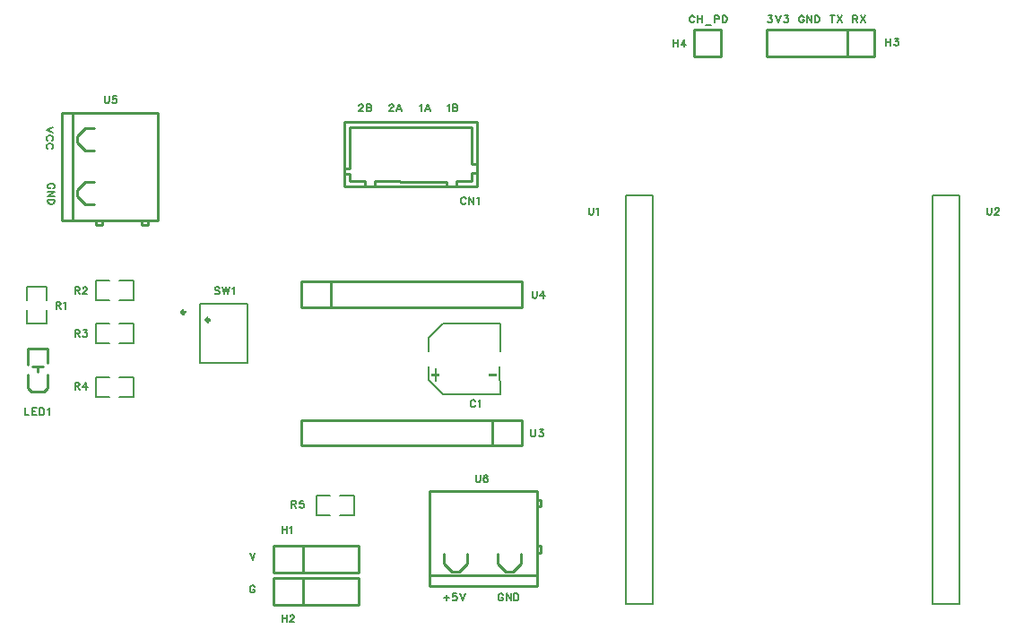
<source format=gto>
G04 Layer: TopSilkscreenLayer*
G04 EasyEDA Pro v2.0.19.1.e63e9f, 2023-06-23 12:42:27*
G04 Gerber Generator version 0.3*
G04 Scale: 100 percent, Rotated: No, Reflected: No*
G04 Dimensions in millimeters*
G04 Leading zeros omitted, absolute positions, 3 integers and 3 decimals*
%FSLAX33Y33*%
%MOMM*%
%ADD10C,0.152*%
%ADD11C,0.203*%
%ADD12C,0.203*%
%ADD13C,0.254*%
%ADD14C,0.3*%
G75*


G04 Text Start*
G04 //text: GND*
G54D10*
G01X4470Y50259D02*
G01X4534Y50289D01*
G01X4595Y50353D01*
G01X4625Y50414D01*
G01Y50538D01*
G01X4595Y50599D01*
G01X4534Y50663D01*
G01X4470Y50693D01*
G01X4379Y50724D01*
G01X4224D01*
G01X4130Y50693D01*
G01X4069Y50663D01*
G01X4006Y50599D01*
G01X3975Y50538D01*
G01Y50414D01*
G01X4006Y50353D01*
G01X4069Y50289D01*
G01X4130Y50259D01*
G01X4224D01*
G01X4224Y50414D02*
G01X4224Y50259D01*
G01X4625Y49959D02*
G01X3975Y49959D01*
G01X4625Y49959D02*
G01X3975Y49525D01*
G01X4625Y49525D02*
G01X3975Y49525D01*
G01X4625Y49225D02*
G01X3975Y49225D01*
G01X4625Y49225D02*
G01X4625Y49007D01*
G01X4595Y48915D01*
G01X4534Y48852D01*
G01X4470Y48821D01*
G01X4379Y48791D01*
G01X4224D01*
G01X4130Y48821D01*
G01X4069Y48852D01*
G01X4006Y48915D01*
G01X3975Y49007D01*
G01Y49225D01*
G04 //text: VCC*
G01X4498Y56058D02*
G01X3848Y55809D01*
G01X4498Y55563D02*
G01X3848Y55809D01*
G01X4343Y54798D02*
G01X4407Y54828D01*
G01X4468Y54889D01*
G01X4498Y54953D01*
G01Y55075D01*
G01X4468Y55138D01*
G01X4407Y55199D01*
G01X4343Y55230D01*
G01X4252Y55260D01*
G01X4097D01*
G01X4003Y55230D01*
G01X3942Y55199D01*
G01X3879Y55138D01*
G01X3848Y55075D01*
G01Y54953D01*
G01X3879Y54889D01*
G01X3942Y54828D01*
G01X4003Y54798D01*
G01X4343Y54031D02*
G01X4407Y54064D01*
G01X4468Y54125D01*
G01X4498Y54186D01*
G01Y54310D01*
G01X4468Y54371D01*
G01X4407Y54435D01*
G01X4343Y54465D01*
G01X4252Y54496D01*
G01X4097D01*
G01X4003Y54465D01*
G01X3942Y54435D01*
G01X3879Y54371D01*
G01X3848Y54310D01*
G01Y54186D01*
G01X3879Y54125D01*
G01X3942Y54064D01*
G01X4003Y54031D01*
G04 //text: 2B  2A  1A  1B*
G01X33381Y58064D02*
G01X33381Y58095D01*
G01X33411Y58158D01*
G01X33444Y58189D01*
G01X33505Y58219D01*
G01X33630D01*
G01X33691Y58189D01*
G01X33721Y58158D01*
G01X33752Y58095D01*
G01Y58034D01*
G01X33721Y57973D01*
G01X33660Y57879D01*
G01X33350Y57569D01*
G01X33785D01*
G01X34084Y58219D02*
G01X34084Y57569D01*
G01X34084Y58219D02*
G01X34364Y58219D01*
G01X34455Y58189D01*
G01X34488Y58158D01*
G01X34519Y58095D01*
G01Y58034D01*
G01X34488Y57973D01*
G01X34455Y57942D01*
G01X34364Y57909D01*
G01X34084Y57909D02*
G01X34364Y57909D01*
G01X34455Y57879D01*
G01X34488Y57849D01*
G01X34519Y57788D01*
G01Y57694D01*
G01X34488Y57633D01*
G01X34455Y57600D01*
G01X34364Y57569D01*
G01X34084D01*
G01X36236Y58064D02*
G01X36236Y58095D01*
G01X36269Y58158D01*
G01X36299Y58189D01*
G01X36360Y58219D01*
G01X36485D01*
G01X36546Y58189D01*
G01X36579Y58158D01*
G01X36609Y58095D01*
G01Y58034D01*
G01X36579Y57973D01*
G01X36515Y57879D01*
G01X36205Y57569D01*
G01X36640D01*
G01X37188Y58219D02*
G01X36939Y57569D01*
G01X37188Y58219D02*
G01X37435Y57569D01*
G01X37033Y57788D02*
G01X37343Y57788D01*
G01X39124Y58095D02*
G01X39185Y58128D01*
G01X39279Y58219D01*
G01Y57569D01*
G01X39827Y58219D02*
G01X39578Y57569D01*
G01X39827Y58219D02*
G01X40074Y57569D01*
G01X39672Y57788D02*
G01X39982Y57788D01*
G01X41763Y58095D02*
G01X41824Y58128D01*
G01X41918Y58219D01*
G01Y57569D01*
G01X42217Y58219D02*
G01X42217Y57569D01*
G01X42217Y58219D02*
G01X42497Y58219D01*
G01X42591Y58189D01*
G01X42621Y58158D01*
G01X42652Y58095D01*
G01Y58034D01*
G01X42621Y57973D01*
G01X42591Y57942D01*
G01X42497Y57909D01*
G01X42217Y57909D02*
G01X42497Y57909D01*
G01X42591Y57879D01*
G01X42621Y57849D01*
G01X42652Y57788D01*
G01Y57694D01*
G01X42621Y57633D01*
G01X42591Y57600D01*
G01X42497Y57569D01*
G01X42217D01*
G04 //text: G*
G01X23528Y12598D02*
G01X23498Y12662D01*
G01X23434Y12723D01*
G01X23373Y12753D01*
G01X23249D01*
G01X23188Y12723D01*
G01X23124Y12662D01*
G01X23094Y12598D01*
G01X23063Y12507D01*
G01Y12352D01*
G01X23094Y12258D01*
G01X23124Y12197D01*
G01X23188Y12134D01*
G01X23249Y12103D01*
G01X23373D01*
G01X23434Y12134D01*
G01X23498Y12197D01*
G01X23528Y12258D01*
G01Y12352D01*
G01X23373Y12352D02*
G01X23528Y12352D01*
G04 //text: V*
G01X23063Y15801D02*
G01X23312Y15151D01*
G01X23559Y15801D02*
G01X23312Y15151D01*
G04 //text: CH_PD*
G01X65057Y66446D02*
G01X65027Y66510D01*
G01X64963Y66571D01*
G01X64902Y66601D01*
G01X64778D01*
G01X64717Y66571D01*
G01X64653Y66510D01*
G01X64623Y66446D01*
G01X64592Y66355D01*
G01Y66200D01*
G01X64623Y66106D01*
G01X64653Y66045D01*
G01X64717Y65982D01*
G01X64778Y65951D01*
G01X64902D01*
G01X64963Y65982D01*
G01X65027Y66045D01*
G01X65057Y66106D01*
G01X65357Y66601D02*
G01X65357Y65951D01*
G01X65791Y66601D02*
G01X65791Y65951D01*
G01X65357Y66291D02*
G01X65791Y66291D01*
G01X66091Y65735D02*
G01X66650Y65735D01*
G01X66949Y66601D02*
G01X66949Y65951D01*
G01X66949Y66601D02*
G01X67229Y66601D01*
G01X67323Y66571D01*
G01X67353Y66540D01*
G01X67384Y66477D01*
G01Y66385D01*
G01X67353Y66324D01*
G01X67323Y66291D01*
G01X67229Y66261D01*
G01X66949D01*
G01X67683Y66601D02*
G01X67683Y65951D01*
G01X67683Y66601D02*
G01X67902Y66601D01*
G01X67993Y66571D01*
G01X68057Y66510D01*
G01X68087Y66446D01*
G01X68118Y66355D01*
G01Y66200D01*
G01X68087Y66106D01*
G01X68057Y66045D01*
G01X67993Y65982D01*
G01X67902Y65951D01*
G01X67683D01*
G04 //text: 3V3 GND TX RX*
G01X72019Y66601D02*
G01X72360Y66601D01*
G01X72174Y66355D01*
G01X72268D01*
G01X72329Y66324D01*
G01X72360Y66291D01*
G01X72393Y66200D01*
G01Y66137D01*
G01X72360Y66045D01*
G01X72299Y65982D01*
G01X72207Y65951D01*
G01X72113D01*
G01X72019Y65982D01*
G01X71989Y66015D01*
G01X71958Y66076D01*
G01X72692Y66601D02*
G01X72941Y65951D01*
G01X73188Y66601D02*
G01X72941Y65951D01*
G01X73551Y66601D02*
G01X73891Y66601D01*
G01X73706Y66355D01*
G01X73800D01*
G01X73861Y66324D01*
G01X73891Y66291D01*
G01X73922Y66200D01*
G01Y66137D01*
G01X73891Y66045D01*
G01X73830Y65982D01*
G01X73736Y65951D01*
G01X73645D01*
G01X73551Y65982D01*
G01X73520Y66015D01*
G01X73490Y66076D01*
G01X75382Y66446D02*
G01X75349Y66510D01*
G01X75288Y66571D01*
G01X75227Y66601D01*
G01X75103D01*
G01X75042Y66571D01*
G01X74978Y66510D01*
G01X74948Y66446D01*
G01X74917Y66355D01*
G01Y66200D01*
G01X74948Y66106D01*
G01X74978Y66045D01*
G01X75042Y65982D01*
G01X75103Y65951D01*
G01X75227D01*
G01X75288Y65982D01*
G01X75349Y66045D01*
G01X75382Y66106D01*
G01Y66200D01*
G01X75227Y66200D02*
G01X75382Y66200D01*
G01X75682Y66601D02*
G01X75682Y65951D01*
G01X75682Y66601D02*
G01X76116Y65951D01*
G01X76116Y66601D02*
G01X76116Y65951D01*
G01X76416Y66601D02*
G01X76416Y65951D01*
G01X76416Y66601D02*
G01X76634Y66601D01*
G01X76726Y66571D01*
G01X76787Y66510D01*
G01X76820Y66446D01*
G01X76850Y66355D01*
G01Y66200D01*
G01X76820Y66106D01*
G01X76787Y66045D01*
G01X76726Y65982D01*
G01X76634Y65951D01*
G01X76416D01*
G01X78062Y66601D02*
G01X78062Y65951D01*
G01X77843Y66601D02*
G01X78278Y66601D01*
G01X78577Y66601D02*
G01X79012Y65951D01*
G01X79012Y66601D02*
G01X78577Y65951D01*
G01X80007Y66601D02*
G01X80007Y65951D01*
G01X80007Y66601D02*
G01X80284Y66601D01*
G01X80378Y66571D01*
G01X80409Y66540D01*
G01X80439Y66477D01*
G01Y66416D01*
G01X80409Y66355D01*
G01X80378Y66324D01*
G01X80284Y66291D01*
G01X80007D01*
G01X80223Y66291D02*
G01X80439Y65951D01*
G01X80742Y66601D02*
G01X81173Y65951D01*
G01X81173Y66601D02*
G01X80742Y65951D01*
G04 //text: +5V    GND*
G01X41631Y11900D02*
G01X41631Y11341D01*
G01X41351Y11621D02*
G01X41907Y11621D01*
G01X42581Y11991D02*
G01X42271Y11991D01*
G01X42240Y11714D01*
G01X42271Y11745D01*
G01X42365Y11775D01*
G01X42456D01*
G01X42550Y11745D01*
G01X42611Y11681D01*
G01X42644Y11590D01*
G01Y11527D01*
G01X42611Y11435D01*
G01X42550Y11372D01*
G01X42456Y11341D01*
G01X42365D01*
G01X42271Y11372D01*
G01X42240Y11405D01*
G01X42210Y11466D01*
G01X42944Y11991D02*
G01X43193Y11341D01*
G01X43439Y11991D02*
G01X43193Y11341D01*
G01X46977Y11836D02*
G01X46947Y11900D01*
G01X46886Y11961D01*
G01X46822Y11991D01*
G01X46700D01*
G01X46637Y11961D01*
G01X46576Y11900D01*
G01X46546Y11836D01*
G01X46515Y11745D01*
G01Y11590D01*
G01X46546Y11496D01*
G01X46576Y11435D01*
G01X46637Y11372D01*
G01X46700Y11341D01*
G01X46822D01*
G01X46886Y11372D01*
G01X46947Y11435D01*
G01X46977Y11496D01*
G01Y11590D01*
G01X46822Y11590D02*
G01X46977Y11590D01*
G01X47280Y11991D02*
G01X47280Y11341D01*
G01X47280Y11991D02*
G01X47711Y11341D01*
G01X47711Y11991D02*
G01X47711Y11341D01*
G01X48014Y11991D02*
G01X48014Y11341D01*
G01X48014Y11991D02*
G01X48230Y11991D01*
G01X48324Y11961D01*
G01X48384Y11900D01*
G01X48415Y11836D01*
G01X48448Y11745D01*
G01Y11590D01*
G01X48415Y11496D01*
G01X48384Y11435D01*
G01X48324Y11372D01*
G01X48230Y11341D01*
G01X48014D01*
G04 //text: U1*
G01X55067Y48440D02*
G01X55067Y47976D01*
G01X55098Y47884D01*
G01X55161Y47821D01*
G01X55253Y47790D01*
G01X55316D01*
G01X55408Y47821D01*
G01X55469Y47884D01*
G01X55502Y47976D01*
G01Y48440D01*
G01X55801Y48316D02*
G01X55865Y48349D01*
G01X55956Y48440D01*
G01Y47790D01*
G04 //text: U2*
G01X92659Y48440D02*
G01X92659Y47976D01*
G01X92690Y47884D01*
G01X92753Y47821D01*
G01X92845Y47790D01*
G01X92908D01*
G01X93000Y47821D01*
G01X93061Y47884D01*
G01X93094Y47976D01*
G01Y48440D01*
G01X93424Y48285D02*
G01X93424Y48316D01*
G01X93457Y48379D01*
G01X93487Y48410D01*
G01X93548Y48440D01*
G01X93673D01*
G01X93734Y48410D01*
G01X93764Y48379D01*
G01X93797Y48316D01*
G01Y48255D01*
G01X93764Y48194D01*
G01X93703Y48100D01*
G01X93393Y47790D01*
G01X93828D01*
G04 //text: U3*
G01X49606Y27485D02*
G01X49606Y27021D01*
G01X49637Y26929D01*
G01X49700Y26866D01*
G01X49792Y26835D01*
G01X49855D01*
G01X49947Y26866D01*
G01X50008Y26929D01*
G01X50041Y27021D01*
G01Y27485D01*
G01X50404Y27485D02*
G01X50744Y27485D01*
G01X50556Y27239D01*
G01X50650D01*
G01X50711Y27208D01*
G01X50744Y27175D01*
G01X50775Y27084D01*
G01Y27021D01*
G01X50744Y26929D01*
G01X50681Y26866D01*
G01X50589Y26835D01*
G01X50495D01*
G01X50404Y26866D01*
G01X50371Y26899D01*
G01X50340Y26960D01*
G04 //text: U4*
G01X49733Y40566D02*
G01X49733Y40102D01*
G01X49764Y40010D01*
G01X49827Y39947D01*
G01X49919Y39916D01*
G01X49982D01*
G01X50074Y39947D01*
G01X50135Y40010D01*
G01X50168Y40102D01*
G01Y40566D01*
G01X50777Y40566D02*
G01X50467Y40135D01*
G01X50932D01*
G01X50777Y40566D02*
G01X50777Y39916D01*
G04 //text: R1*
G01X4775Y39550D02*
G01X4775Y38900D01*
G01X4775Y39550D02*
G01X5055Y39550D01*
G01X5146Y39520D01*
G01X5177Y39489D01*
G01X5210Y39426D01*
G01Y39365D01*
G01X5177Y39304D01*
G01X5146Y39273D01*
G01X5055Y39240D01*
G01X4775D01*
G01X4991Y39240D02*
G01X5210Y38900D01*
G01X5509Y39426D02*
G01X5573Y39459D01*
G01X5664Y39550D01*
G01Y38900D01*
G04 //text: R2*
G01X6553Y40947D02*
G01X6553Y40297D01*
G01X6553Y40947D02*
G01X6833Y40947D01*
G01X6924Y40917D01*
G01X6955Y40886D01*
G01X6988Y40823D01*
G01Y40762D01*
G01X6955Y40701D01*
G01X6924Y40670D01*
G01X6833Y40637D01*
G01X6553D01*
G01X6769Y40637D02*
G01X6988Y40297D01*
G01X7318Y40792D02*
G01X7318Y40823D01*
G01X7351Y40886D01*
G01X7381Y40917D01*
G01X7442Y40947D01*
G01X7567D01*
G01X7628Y40917D01*
G01X7658Y40886D01*
G01X7691Y40823D01*
G01Y40762D01*
G01X7658Y40701D01*
G01X7597Y40607D01*
G01X7287Y40297D01*
G01X7722D01*
G04 //text: SW1*
G01X20196Y40856D02*
G01X20132Y40917D01*
G01X20041Y40947D01*
G01X19916D01*
G01X19822Y40917D01*
G01X19761Y40856D01*
G01Y40792D01*
G01X19792Y40731D01*
G01X19822Y40701D01*
G01X19886Y40670D01*
G01X20071Y40607D01*
G01X20132Y40577D01*
G01X20163Y40546D01*
G01X20196Y40483D01*
G01Y40391D01*
G01X20132Y40328D01*
G01X20041Y40297D01*
G01X19916D01*
G01X19822Y40328D01*
G01X19761Y40391D01*
G01X20495Y40947D02*
G01X20650Y40297D01*
G01X20805Y40947D02*
G01X20650Y40297D01*
G01X20805Y40947D02*
G01X20960Y40297D01*
G01X21115Y40947D02*
G01X20960Y40297D01*
G01X21415Y40823D02*
G01X21478Y40856D01*
G01X21570Y40947D01*
G01Y40297D01*
G04 //text: U5*
G01X9347Y58981D02*
G01X9347Y58517D01*
G01X9378Y58425D01*
G01X9441Y58362D01*
G01X9533Y58331D01*
G01X9596D01*
G01X9688Y58362D01*
G01X9749Y58425D01*
G01X9782Y58517D01*
G01Y58981D01*
G01X10452Y58981D02*
G01X10145Y58981D01*
G01X10112Y58704D01*
G01X10145Y58735D01*
G01X10236Y58765D01*
G01X10330D01*
G01X10422Y58735D01*
G01X10485Y58671D01*
G01X10516Y58580D01*
G01Y58517D01*
G01X10485Y58425D01*
G01X10422Y58362D01*
G01X10330Y58331D01*
G01X10236D01*
G01X10145Y58362D01*
G01X10112Y58395D01*
G01X10081Y58456D01*
G04 //text: H1*
G01X26111Y18341D02*
G01X26111Y17691D01*
G01X26546Y18341D02*
G01X26546Y17691D01*
G01X26111Y18031D02*
G01X26546Y18031D01*
G01X26845Y18217D02*
G01X26909Y18250D01*
G01X27000Y18341D01*
G01Y17691D01*
G04 //text: H2*
G01X26111Y9959D02*
G01X26111Y9309D01*
G01X26546Y9959D02*
G01X26546Y9309D01*
G01X26111Y9649D02*
G01X26546Y9649D01*
G01X26876Y9804D02*
G01X26876Y9835D01*
G01X26909Y9898D01*
G01X26939Y9929D01*
G01X27000Y9959D01*
G01X27125D01*
G01X27186Y9929D01*
G01X27216Y9898D01*
G01X27249Y9835D01*
G01Y9774D01*
G01X27216Y9713D01*
G01X27155Y9619D01*
G01X26845Y9309D01*
G01X27280D01*
G04 //text: LED1*
G01X1854Y29517D02*
G01X1854Y28867D01*
G01X1854Y28867D02*
G01X2225Y28867D01*
G01X2527Y29517D02*
G01X2527Y28867D01*
G01X2527Y29517D02*
G01X2929Y29517D01*
G01X2527Y29207D02*
G01X2774Y29207D01*
G01X2527Y28867D02*
G01X2929Y28867D01*
G01X3231Y29517D02*
G01X3231Y28867D01*
G01X3231Y29517D02*
G01X3447Y29517D01*
G01X3541Y29487D01*
G01X3602Y29426D01*
G01X3632Y29362D01*
G01X3663Y29271D01*
G01Y29116D01*
G01X3632Y29022D01*
G01X3602Y28961D01*
G01X3541Y28898D01*
G01X3447Y28867D01*
G01X3231D01*
G01X3965Y29393D02*
G01X4026Y29426D01*
G01X4120Y29517D01*
G01Y28867D01*
G04 //text: C1*
G01X44356Y30124D02*
G01X44326Y30188D01*
G01X44262Y30249D01*
G01X44201Y30279D01*
G01X44077D01*
G01X44016Y30249D01*
G01X43952Y30188D01*
G01X43922Y30124D01*
G01X43891Y30033D01*
G01Y29878D01*
G01X43922Y29784D01*
G01X43952Y29723D01*
G01X44016Y29660D01*
G01X44077Y29629D01*
G01X44201D01*
G01X44262Y29660D01*
G01X44326Y29723D01*
G01X44356Y29784D01*
G01X44656Y30155D02*
G01X44719Y30188D01*
G01X44811Y30279D01*
G01Y29629D01*
G04 //text: R3*
G01X6553Y36883D02*
G01X6553Y36233D01*
G01X6553Y36883D02*
G01X6833Y36883D01*
G01X6924Y36853D01*
G01X6955Y36822D01*
G01X6988Y36759D01*
G01Y36698D01*
G01X6955Y36637D01*
G01X6924Y36606D01*
G01X6833Y36573D01*
G01X6553D01*
G01X6769Y36573D02*
G01X6988Y36233D01*
G01X7351Y36883D02*
G01X7691Y36883D01*
G01X7503Y36637D01*
G01X7597D01*
G01X7658Y36606D01*
G01X7691Y36573D01*
G01X7722Y36482D01*
G01Y36419D01*
G01X7691Y36327D01*
G01X7628Y36264D01*
G01X7536Y36233D01*
G01X7442D01*
G01X7351Y36264D01*
G01X7318Y36297D01*
G01X7287Y36358D01*
G04 //text: R4*
G01X6553Y31930D02*
G01X6553Y31280D01*
G01X6553Y31930D02*
G01X6833Y31930D01*
G01X6924Y31900D01*
G01X6955Y31869D01*
G01X6988Y31806D01*
G01Y31745D01*
G01X6955Y31684D01*
G01X6924Y31653D01*
G01X6833Y31620D01*
G01X6553D01*
G01X6769Y31620D02*
G01X6988Y31280D01*
G01X7597Y31930D02*
G01X7287Y31499D01*
G01X7752D01*
G01X7597Y31930D02*
G01X7597Y31280D01*
G04 //text: R5*
G01X27000Y20754D02*
G01X27000Y20104D01*
G01X27000Y20754D02*
G01X27280Y20754D01*
G01X27371Y20724D01*
G01X27402Y20693D01*
G01X27435Y20630D01*
G01Y20569D01*
G01X27402Y20508D01*
G01X27371Y20477D01*
G01X27280Y20444D01*
G01X27000D01*
G01X27216Y20444D02*
G01X27435Y20104D01*
G01X28105Y20754D02*
G01X27798Y20754D01*
G01X27765Y20477D01*
G01X27798Y20508D01*
G01X27889Y20538D01*
G01X27983D01*
G01X28075Y20508D01*
G01X28138Y20444D01*
G01X28169Y20353D01*
G01Y20290D01*
G01X28138Y20198D01*
G01X28075Y20135D01*
G01X27983Y20104D01*
G01X27889D01*
G01X27798Y20135D01*
G01X27765Y20168D01*
G01X27734Y20229D01*
G04 //text: U6*
G01X44399Y23167D02*
G01X44399Y22703D01*
G01X44430Y22611D01*
G01X44493Y22548D01*
G01X44585Y22517D01*
G01X44648D01*
G01X44740Y22548D01*
G01X44801Y22611D01*
G01X44834Y22703D01*
G01Y23167D01*
G01X45504Y23076D02*
G01X45474Y23137D01*
G01X45382Y23167D01*
G01X45319D01*
G01X45227Y23137D01*
G01X45164Y23043D01*
G01X45133Y22890D01*
G01Y22736D01*
G01X45164Y22611D01*
G01X45227Y22548D01*
G01X45319Y22517D01*
G01X45349D01*
G01X45443Y22548D01*
G01X45504Y22611D01*
G01X45537Y22703D01*
G01Y22736D01*
G01X45504Y22827D01*
G01X45443Y22890D01*
G01X45349Y22921D01*
G01X45319D01*
G01X45227Y22890D01*
G01X45164Y22827D01*
G01X45133Y22736D01*
G04 //text: H3*
G01X83134Y64442D02*
G01X83134Y63792D01*
G01X83569Y64442D02*
G01X83569Y63792D01*
G01X83134Y64132D02*
G01X83569Y64132D01*
G01X83932Y64442D02*
G01X84272Y64442D01*
G01X84084Y64196D01*
G01X84178D01*
G01X84239Y64165D01*
G01X84272Y64132D01*
G01X84303Y64041D01*
G01Y63978D01*
G01X84272Y63886D01*
G01X84209Y63823D01*
G01X84117Y63792D01*
G01X84023D01*
G01X83932Y63823D01*
G01X83899Y63856D01*
G01X83868Y63917D01*
G04 //text: H4*
G01X63068Y64315D02*
G01X63068Y63665D01*
G01X63503Y64315D02*
G01X63503Y63665D01*
G01X63068Y64005D02*
G01X63503Y64005D01*
G01X64112Y64315D02*
G01X63802Y63884D01*
G01X64267D01*
G01X64112Y64315D02*
G01X64112Y63665D01*
G04 //text: CN1*
G01X43467Y49301D02*
G01X43437Y49365D01*
G01X43373Y49426D01*
G01X43312Y49456D01*
G01X43188D01*
G01X43127Y49426D01*
G01X43063Y49365D01*
G01X43033Y49301D01*
G01X43002Y49210D01*
G01Y49055D01*
G01X43033Y48961D01*
G01X43063Y48900D01*
G01X43127Y48837D01*
G01X43188Y48806D01*
G01X43312D01*
G01X43373Y48837D01*
G01X43437Y48900D01*
G01X43467Y48961D01*
G01X43767Y49456D02*
G01X43767Y48806D01*
G01X43767Y49456D02*
G01X44201Y48806D01*
G01X44201Y49456D02*
G01X44201Y48806D01*
G01X44501Y49332D02*
G01X44564Y49365D01*
G01X44656Y49456D01*
G01Y48806D01*
G04 Text End*

G04 PolygonModel Start*
G54D11*
G01X61087Y47498D02*
G01X61087Y49657D01*
G01X61087Y49657D02*
G01X58547Y49657D01*
G01X58547Y49657D02*
G01X58547Y11049D01*
G01X58547Y11049D02*
G01X61087Y11049D01*
G01X61087Y11049D02*
G01X61087Y11303D01*
G54D12*
G01X61087Y11303D02*
G01X61087Y47498D01*
G54D11*
G01X87503Y13208D02*
G01X87503Y11049D01*
G01X87503Y11049D02*
G01X90043Y11049D01*
G01X90043Y11049D02*
G01X90043Y49657D01*
G01X90043Y49657D02*
G01X87503Y49657D01*
G01X87503Y49657D02*
G01X87503Y49403D01*
G54D12*
G01X87503Y49403D02*
G01X87503Y13208D01*
G54D13*
G01X45974Y26035D02*
G01X45974Y28321D01*
G01X30734Y41402D02*
G01X30734Y39116D01*
G54D10*
G01X2037Y38767D02*
G01X2037Y37482D01*
G01X2037Y37482D02*
G01X3871Y37482D01*
G01X3871Y37482D02*
G01X3871Y38767D01*
G01X2037Y39719D02*
G01X2037Y41004D01*
G01X2037Y41004D02*
G01X3871Y41004D01*
G01X3871Y41004D02*
G01X3871Y39719D01*
G01X10763Y39723D02*
G01X12048Y39723D01*
G01X12048Y39723D02*
G01X12048Y41557D01*
G01X12048Y41557D02*
G01X10763Y41557D01*
G01X9811Y39723D02*
G01X8526Y39723D01*
G01X8526Y39723D02*
G01X8526Y41557D01*
G01X8526Y41557D02*
G01X9811Y41557D01*
G01X18328Y39357D02*
G01X22821Y39357D01*
G01X22821Y39357D02*
G01X22821Y33795D01*
G01X22821Y33795D02*
G01X18328Y33795D01*
G01X18328Y33795D02*
G01X18328Y39357D01*
G54D13*
G01X8382Y50927D02*
G01X7493Y50927D01*
G01X7493Y50927D02*
G01X6731Y50165D01*
G01X6731Y50165D02*
G01X6731Y49530D01*
G01X6731Y49530D02*
G01X7493Y48768D01*
G01X7493Y48768D02*
G01X8382Y48768D01*
G01X8382Y56007D02*
G01X7493Y56007D01*
G01X7493Y56007D02*
G01X6731Y55245D01*
G01X6731Y55245D02*
G01X6731Y54610D01*
G01X6731Y54610D02*
G01X7493Y53848D01*
G01X7493Y53848D02*
G01X8382Y53848D01*
G01X6350Y57404D02*
G01X6350Y47244D01*
G01X9131Y47244D02*
G01X9131Y46863D01*
G01X9131Y46863D02*
G01X8509Y46863D01*
G01X8509Y46863D02*
G01X8509Y47244D01*
G01X13462Y47244D02*
G01X13462Y46863D01*
G01X13462Y46863D02*
G01X12840Y46863D01*
G01X12840Y46863D02*
G01X12840Y47244D01*
G01X14351Y57404D02*
G01X14351Y47244D01*
G01X14351Y47244D02*
G01X5334Y47244D01*
G01X5334Y47244D02*
G01X5334Y57404D01*
G01X5334Y57404D02*
G01X14351Y57404D01*
G01X33357Y16510D02*
G01X33357Y13970D01*
G01X25317Y16510D02*
G01X33357Y16510D01*
G01X28091Y16510D02*
G01X28091Y13970D01*
G01X25317Y13970D02*
G01X33357Y13970D01*
G01X25317Y16510D02*
G01X25317Y13970D01*
G01X33357Y13497D02*
G01X33357Y10957D01*
G01X25317Y13497D02*
G01X33357Y13497D01*
G01X28091Y13497D02*
G01X28091Y10957D01*
G01X25317Y10957D02*
G01X33357Y10957D01*
G01X25317Y13497D02*
G01X25317Y10957D01*
G01X2098Y33647D02*
G01X2088Y35127D01*
G01X3988Y33787D02*
G01X3988Y35127D01*
G01X2088Y35127D02*
G01X3988Y35127D01*
G01X3998Y31397D02*
G01X3998Y31397D01*
G01X3998Y31397D02*
G01X3648Y31047D01*
G01X2098Y31397D02*
G01X2098Y31397D01*
G01X2098Y31397D02*
G01X2448Y31047D01*
G01X2098Y32647D02*
G01X2098Y31397D01*
G01X3998Y32647D02*
G01X3998Y31397D01*
G01X2448Y31047D02*
G01X3648Y31047D01*
G01X2548Y33447D02*
G01X3548Y33447D01*
G01X3053Y33447D02*
G01X3053Y32947D01*
G54D10*
G01X46663Y33424D02*
G01X46683Y30787D01*
G01X46683Y30787D02*
G01X41326Y30787D01*
G01X41326Y30787D02*
G01X39931Y32182D01*
G01X39931Y32182D02*
G01X39945Y33477D01*
G01X46676Y34871D02*
G01X46683Y37539D01*
G01X46683Y37539D02*
G01X41327Y37539D01*
G01X41327Y37539D02*
G01X39931Y36143D01*
G01X39931Y36143D02*
G01X39931Y34849D01*
G36*
G01X46409Y32744D02*
G01X46409Y32546D01*
G01X45617D01*
G01Y32744D01*
G01X46409D01*
G37*
G36*
G01X40205Y32744D02*
G01X40205Y32546D01*
G01X40997D01*
G01Y32744D01*
G01X40205D01*
G37*
G36*
G01X40502Y33305D02*
G01X40502Y31985D01*
G01X40700D01*
G01Y33305D01*
G01X40502D01*
G37*
G01X10763Y35659D02*
G01X12048Y35659D01*
G01X12048Y35659D02*
G01X12048Y37493D01*
G01X12048Y37493D02*
G01X10763Y37493D01*
G01X9811Y35659D02*
G01X8526Y35659D01*
G01X8526Y35659D02*
G01X8526Y37493D01*
G01X8526Y37493D02*
G01X9811Y37493D01*
G01X10763Y30579D02*
G01X12048Y30579D01*
G01X12048Y30579D02*
G01X12048Y32413D01*
G01X12048Y32413D02*
G01X10763Y32413D01*
G01X9811Y30579D02*
G01X8526Y30579D01*
G01X8526Y30579D02*
G01X8526Y32413D01*
G01X8526Y32413D02*
G01X9811Y32413D01*
G01X31591Y19403D02*
G01X32876Y19403D01*
G01X32876Y19403D02*
G01X32876Y21237D01*
G01X32876Y21237D02*
G01X31591Y21237D01*
G01X30639Y19403D02*
G01X29354Y19403D01*
G01X29354Y19403D02*
G01X29354Y21237D01*
G01X29354Y21237D02*
G01X30639Y21237D01*
G54D13*
G01X46482Y15748D02*
G01X46482Y14859D01*
G01X46482Y14859D02*
G01X47244Y14097D01*
G01X47244Y14097D02*
G01X47879Y14097D01*
G01X47879Y14097D02*
G01X48641Y14859D01*
G01X48641Y14859D02*
G01X48641Y15748D01*
G01X41402Y15748D02*
G01X41402Y14859D01*
G01X41402Y14859D02*
G01X42164Y14097D01*
G01X42164Y14097D02*
G01X42799Y14097D01*
G01X42799Y14097D02*
G01X43561Y14859D01*
G01X43561Y14859D02*
G01X43561Y15748D01*
G01X40005Y13716D02*
G01X50165Y13716D01*
G01X50165Y16497D02*
G01X50546Y16497D01*
G01X50546Y16497D02*
G01X50546Y15875D01*
G01X50546Y15875D02*
G01X50165Y15875D01*
G01X50165Y20828D02*
G01X50546Y20828D01*
G01X50546Y20828D02*
G01X50546Y20206D01*
G01X50546Y20206D02*
G01X50165Y20206D01*
G01X40005Y21717D02*
G01X50165Y21717D01*
G01X50165Y21717D02*
G01X50165Y12700D01*
G01X50165Y12700D02*
G01X40005Y12700D01*
G01X40005Y12700D02*
G01X40005Y21717D01*
G01X79478Y62738D02*
G01X71882Y62738D01*
G01X71882Y62738D02*
G01X71882Y65278D01*
G01X71882Y65278D02*
G01X82042Y65278D01*
G01X82042Y65278D02*
G01X82042Y62738D01*
G01X82042Y62738D02*
G01X79478Y62738D01*
G01X79478Y62738D02*
G01X79478Y65278D01*
G01X67564Y65278D02*
G01X67564Y62738D01*
G01X67564Y62738D02*
G01X65024Y62738D01*
G01X65024Y62738D02*
G01X65024Y65278D01*
G01X65024Y65278D02*
G01X67564Y65278D01*
G01X31977Y50459D02*
G01X31977Y56559D01*
G01X44477Y50449D02*
G01X31987Y50449D01*
G01X44477Y50459D02*
G01X44477Y56559D01*
G01X44477Y56559D02*
G01X31977Y56559D01*
G01X32001Y52148D02*
G01X32501Y52148D01*
G01X32501Y52148D02*
G01X32501Y56059D01*
G01X32501Y56059D02*
G01X44002Y56059D01*
G01X44002Y56059D02*
G01X44002Y52559D01*
G01X44002Y52559D02*
G01X44467Y52559D01*
G01X44002Y50934D02*
G01X42588Y50934D01*
G01X42588Y50934D02*
G01X42588Y50484D01*
G01X32001Y51640D02*
G01X32501Y51640D01*
G01X32501Y51640D02*
G01X32501Y50934D01*
G01X32501Y50934D02*
G01X33913Y50934D01*
G01X37251Y50934D02*
G01X37208Y50933D01*
G01X37208Y50933D02*
G01X41651Y50933D01*
G01X41651Y50933D02*
G01X41651Y50483D01*
G01X33917Y50485D02*
G01X33917Y50933D01*
G01X34852Y50484D02*
G01X34852Y50934D01*
G01X34852Y50934D02*
G01X37208Y50934D01*
G01X44477Y51729D02*
G01X44002Y51729D01*
G01X44002Y51729D02*
G01X44002Y50934D01*
G04 PolygonModel End*

G04 Rect Start*
G01X48754Y25978D02*
G01X48754Y28378D01*
G01X27954D01*
G01Y25978D01*
G01X48754D01*
G01X27954Y41459D02*
G01X27954Y39059D01*
G01X48754D01*
G01Y41459D01*
G01X27954D01*
G04 Rect End*

G04 Circle Start*
G54D14*
G01X18930Y37846D02*
G03X19230Y37846I150J0D01*
G03X18930I-150J0D01*
G01X16621Y38578D02*
G03X16922Y38578I150J0D01*
G03X16621I-150J0D01*
G04 Circle End*

M02*

</source>
